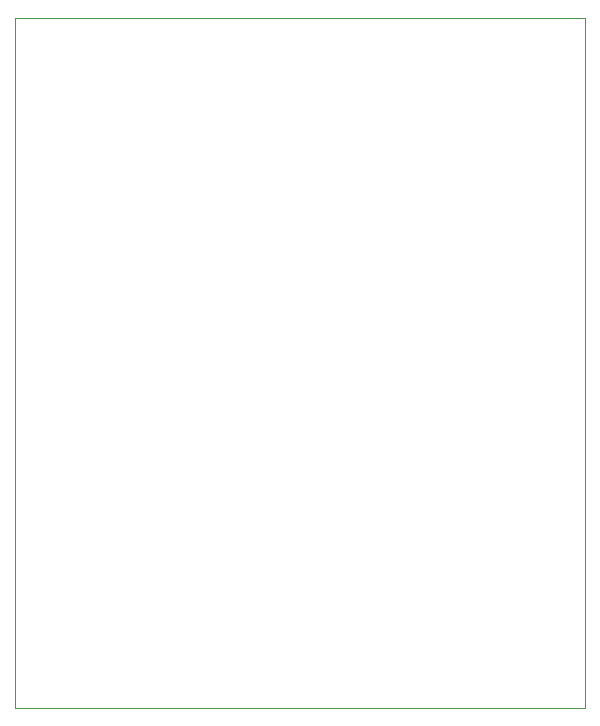
<source format=gbr>
%TF.GenerationSoftware,KiCad,Pcbnew,5.1.5-1.fc31*%
%TF.CreationDate,2020-02-21T03:53:33+01:00*%
%TF.ProjectId,board-1,626f6172-642d-4312-9e6b-696361645f70,1.0*%
%TF.SameCoordinates,PX5e78920PY6d01460*%
%TF.FileFunction,Other,User*%
%FSLAX46Y46*%
G04 Gerber Fmt 4.6, Leading zero omitted, Abs format (unit mm)*
G04 Created by KiCad (PCBNEW 5.1.5-1.fc31) date 2020-02-21 03:53:33*
%MOMM*%
%LPD*%
G04 APERTURE LIST*
%ADD10C,0.120000*%
G04 APERTURE END LIST*
D10*
X1270000Y1270000D02*
X1270000Y59690000D01*
X49530000Y1270000D02*
X1270000Y1270000D01*
X49530000Y59690000D02*
X49530000Y1270000D01*
X1270000Y59690000D02*
X49530000Y59690000D01*
M02*

</source>
